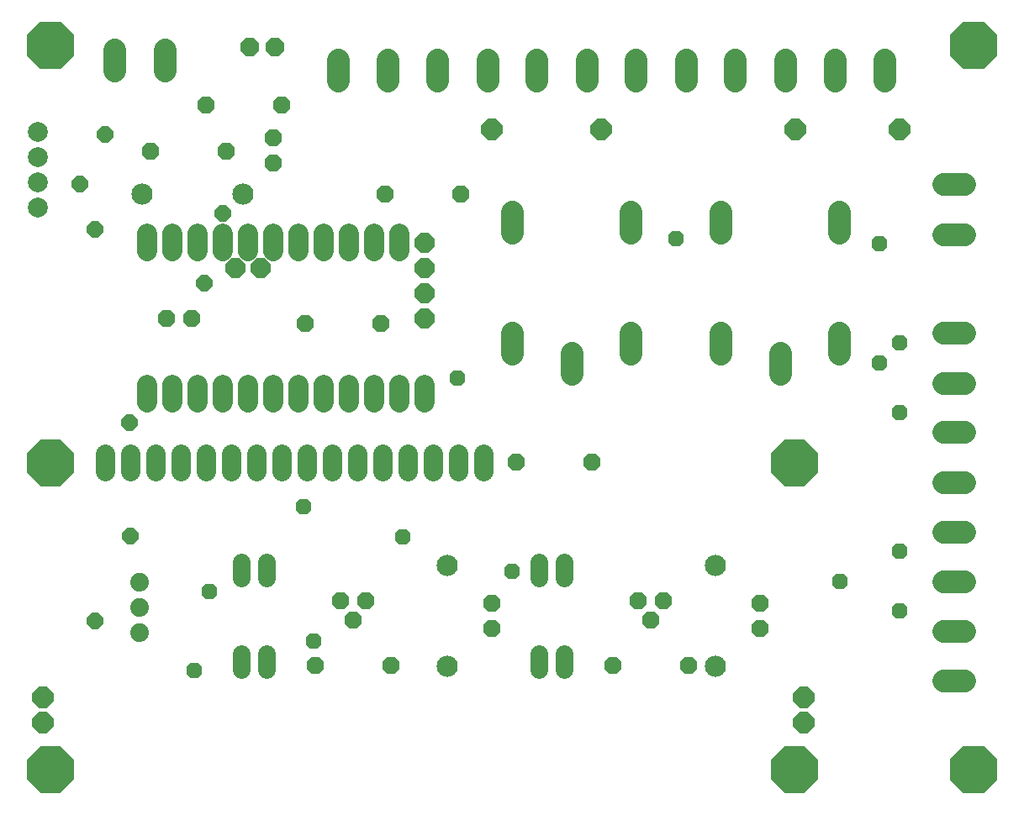
<source format=gbr>
G75*
%MOIN*%
%OFA0B0*%
%FSLAX25Y25*%
%IPPOS*%
%LPD*%
%AMOC8*
5,1,8,0,0,1.08239X$1,22.5*
%
%ADD10C,0.09150*%
%ADD11OC8,0.06706*%
%ADD12C,0.08400*%
%ADD13OC8,0.08400*%
%ADD14C,0.07800*%
%ADD15OC8,0.18517*%
%ADD16OC8,0.07099*%
%ADD17OC8,0.07887*%
%ADD18C,0.07887*%
%ADD19C,0.07400*%
%ADD20C,0.07887*%
%ADD21C,0.07150*%
%ADD22OC8,0.06400*%
%ADD23OC8,0.06312*%
%ADD24OC8,0.18910*%
D10*
X0227284Y0188998D02*
X0227284Y0197347D01*
X0250784Y0189347D02*
X0250784Y0180998D01*
X0274284Y0188998D02*
X0274284Y0197347D01*
X0309961Y0197347D02*
X0309961Y0188998D01*
X0333461Y0189347D02*
X0333461Y0180998D01*
X0356961Y0188998D02*
X0356961Y0197347D01*
X0398184Y0197139D02*
X0406534Y0197139D01*
X0406534Y0177339D02*
X0398184Y0177339D01*
X0398184Y0157769D02*
X0406534Y0157769D01*
X0406534Y0137969D02*
X0398184Y0137969D01*
X0398184Y0118399D02*
X0406534Y0118399D01*
X0406534Y0098599D02*
X0398184Y0098599D01*
X0398184Y0079029D02*
X0406534Y0079029D01*
X0406534Y0059229D02*
X0398184Y0059229D01*
X0398184Y0236394D02*
X0406534Y0236394D01*
X0406534Y0256194D02*
X0398184Y0256194D01*
X0356961Y0245347D02*
X0356961Y0236998D01*
X0309961Y0236998D02*
X0309961Y0245347D01*
X0274284Y0245347D02*
X0274284Y0236998D01*
X0227284Y0236998D02*
X0227284Y0245347D01*
X0236947Y0297238D02*
X0236947Y0305587D01*
X0217377Y0305587D02*
X0217377Y0297238D01*
X0197577Y0297238D02*
X0197577Y0305587D01*
X0178007Y0305587D02*
X0178007Y0297238D01*
X0158207Y0297238D02*
X0158207Y0305587D01*
X0089424Y0309524D02*
X0089424Y0301175D01*
X0069624Y0301175D02*
X0069624Y0309524D01*
X0256747Y0305587D02*
X0256747Y0297238D01*
X0276317Y0297238D02*
X0276317Y0305587D01*
X0296117Y0305587D02*
X0296117Y0297238D01*
X0315687Y0297238D02*
X0315687Y0305587D01*
X0335487Y0305587D02*
X0335487Y0297238D01*
X0355057Y0297238D02*
X0355057Y0305587D01*
X0374857Y0305587D02*
X0374857Y0297238D01*
D11*
X0206729Y0252200D03*
X0176729Y0252200D03*
X0132595Y0264641D03*
X0132595Y0274641D03*
X0135863Y0287633D03*
X0113816Y0269405D03*
X0105863Y0287633D03*
X0083816Y0269405D03*
X0090272Y0202987D03*
X0100272Y0202987D03*
X0145233Y0201019D03*
X0175233Y0201019D03*
X0229012Y0145783D03*
X0259012Y0145783D03*
X0277280Y0090783D03*
X0282280Y0083283D03*
X0287280Y0090783D03*
X0297280Y0065192D03*
X0267280Y0065192D03*
X0219288Y0079877D03*
X0219288Y0089877D03*
X0179170Y0065192D03*
X0164170Y0083283D03*
X0169170Y0090783D03*
X0159170Y0090783D03*
X0149170Y0065192D03*
X0325587Y0079877D03*
X0325587Y0089877D03*
D12*
X0307871Y0104877D03*
X0307871Y0064877D03*
X0201572Y0064877D03*
X0201572Y0104877D03*
X0120509Y0252121D03*
X0080509Y0252121D03*
D13*
X0219288Y0277791D03*
X0262595Y0277791D03*
X0339367Y0277791D03*
X0380705Y0277791D03*
X0342713Y0052554D03*
X0342713Y0042554D03*
X0041217Y0042554D03*
X0041217Y0052554D03*
D14*
X0065745Y0142243D02*
X0065745Y0149243D01*
X0075745Y0149243D02*
X0075745Y0142243D01*
X0085745Y0142243D02*
X0085745Y0149243D01*
X0095745Y0149243D02*
X0095745Y0142243D01*
X0105745Y0142243D02*
X0105745Y0149243D01*
X0115745Y0149243D02*
X0115745Y0142243D01*
X0125745Y0142243D02*
X0125745Y0149243D01*
X0135745Y0149243D02*
X0135745Y0142243D01*
X0145745Y0142243D02*
X0145745Y0149243D01*
X0155745Y0149243D02*
X0155745Y0142243D01*
X0165745Y0142243D02*
X0165745Y0149243D01*
X0175745Y0149243D02*
X0175745Y0142243D01*
X0185745Y0142243D02*
X0185745Y0149243D01*
X0195745Y0149243D02*
X0195745Y0142243D01*
X0205745Y0142243D02*
X0205745Y0149243D01*
X0215745Y0149243D02*
X0215745Y0142243D01*
D15*
X0044249Y0024011D03*
X0044249Y0145743D03*
X0339209Y0145743D03*
X0339209Y0024011D03*
D16*
X0133028Y0310704D03*
X0123028Y0310704D03*
D17*
X0192674Y0232987D03*
X0192674Y0222987D03*
X0192674Y0212987D03*
X0192674Y0202987D03*
X0127674Y0222987D03*
X0117674Y0222987D03*
D18*
X0122674Y0229444D02*
X0122674Y0236531D01*
X0132674Y0236531D02*
X0132674Y0229444D01*
X0142674Y0229444D02*
X0142674Y0236531D01*
X0152674Y0236531D02*
X0152674Y0229444D01*
X0162674Y0229444D02*
X0162674Y0236531D01*
X0172674Y0236531D02*
X0172674Y0229444D01*
X0182674Y0229444D02*
X0182674Y0236531D01*
X0182674Y0176531D02*
X0182674Y0169444D01*
X0192674Y0169444D02*
X0192674Y0176531D01*
X0172674Y0176531D02*
X0172674Y0169444D01*
X0162674Y0169444D02*
X0162674Y0176531D01*
X0152674Y0176531D02*
X0152674Y0169444D01*
X0142674Y0169444D02*
X0142674Y0176531D01*
X0132674Y0176531D02*
X0132674Y0169444D01*
X0122674Y0169444D02*
X0122674Y0176531D01*
X0112674Y0176531D02*
X0112674Y0169444D01*
X0102674Y0169444D02*
X0102674Y0176531D01*
X0092674Y0176531D02*
X0092674Y0169444D01*
X0082674Y0169444D02*
X0082674Y0176531D01*
X0082674Y0229444D02*
X0082674Y0236531D01*
X0092674Y0236531D02*
X0092674Y0229444D01*
X0102674Y0229444D02*
X0102674Y0236531D01*
X0112674Y0236531D02*
X0112674Y0229444D01*
D19*
X0079603Y0098302D03*
X0079603Y0088302D03*
X0079603Y0078302D03*
D20*
X0039091Y0247043D03*
X0039091Y0257043D03*
X0039091Y0267043D03*
X0039091Y0277043D03*
D21*
X0119800Y0106227D02*
X0119800Y0099877D01*
X0129800Y0099877D02*
X0129800Y0106227D01*
X0129800Y0069877D02*
X0129800Y0063528D01*
X0119800Y0063528D02*
X0119800Y0069877D01*
X0237910Y0069877D02*
X0237910Y0063528D01*
X0247910Y0063528D02*
X0247910Y0069877D01*
X0247910Y0099877D02*
X0247910Y0106227D01*
X0237910Y0106227D02*
X0237910Y0099877D01*
D22*
X0105115Y0216767D03*
X0112674Y0244641D03*
X0065745Y0275822D03*
X0055902Y0256137D03*
X0061808Y0238420D03*
X0075587Y0161649D03*
X0075745Y0116531D03*
X0061808Y0082909D03*
D23*
X0101178Y0063224D03*
X0107083Y0094720D03*
X0148422Y0075035D03*
X0183855Y0116373D03*
X0144485Y0128184D03*
X0205509Y0179365D03*
X0292123Y0234483D03*
X0372831Y0232515D03*
X0380705Y0193145D03*
X0372831Y0185271D03*
X0380705Y0165586D03*
X0380705Y0110468D03*
X0357083Y0098657D03*
X0380705Y0086846D03*
X0227162Y0102594D03*
D24*
X0410233Y0023854D03*
X0410233Y0311255D03*
X0044091Y0311255D03*
M02*

</source>
